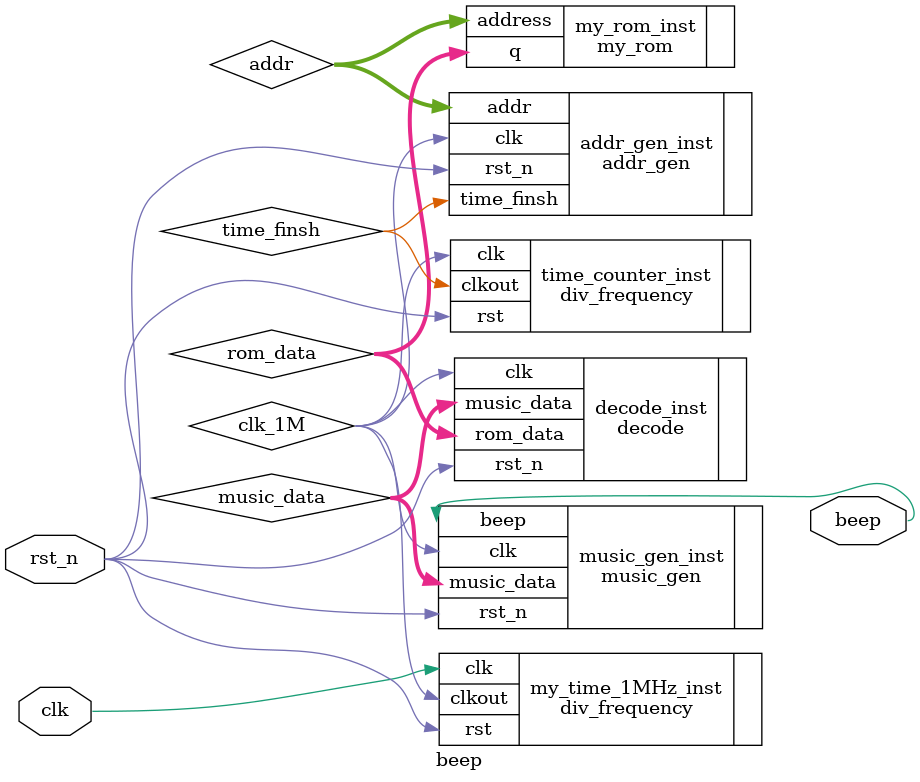
<source format=v>
`timescale 1ns / 1ps
module beep(clk, rst_n, beep);
     input clk, rst_n;           //输入100Mhz时钟信号,复位信号
     output beep;            //输出的方波
     
     wire clk_1M, time_finsh;    //1Mhz时钟信号线，0.25s时间计数标记位
     wire [6:0]addr;             //rom地址线
     wire [7:0]rom_data;         //rom数据线
     wire [10:0]music_data;      //rom数据解码数据线
     
     /*****1M_Hz模块*****/
     div_frequency #(100)my_time_1MHz_inst (             
         .rst(rst_n),
         .clk(clk),
         .clkout(clk_1M)
     );
     
     /*****0.25s时间计数器模块*****/
     div_frequency #(625000)time_counter_inst(
         .rst(rst_n),
         .clk(clk_1M),
         .clkout(time_finsh)
     );  
         
     /*****ROM地址发生器*****/
     addr_gen addr_gen_inst(         
         .clk(clk_1M),
         .rst_n(rst_n),
         .addr(addr),
         .time_finsh(time_finsh)
     );  
     
     /*****ROM模块*****/
     my_rom my_rom_inst(             
         .address(addr),
         .q(rom_data)
     );
     
     /*****解码模块*****/
     decode decode_inst(             
         .clk(clk_1M),
         .rst_n(rst_n),  
         .rom_data(rom_data),
         .music_data(music_data)
     );                  
     
     /*****音乐发生器模块*****/
     music_gen music_gen_inst(       
         .clk(clk_1M),
         .rst_n(rst_n),
         .music_data(music_data),
         .beep(beep)
     );                  
         
 endmodule
</source>
